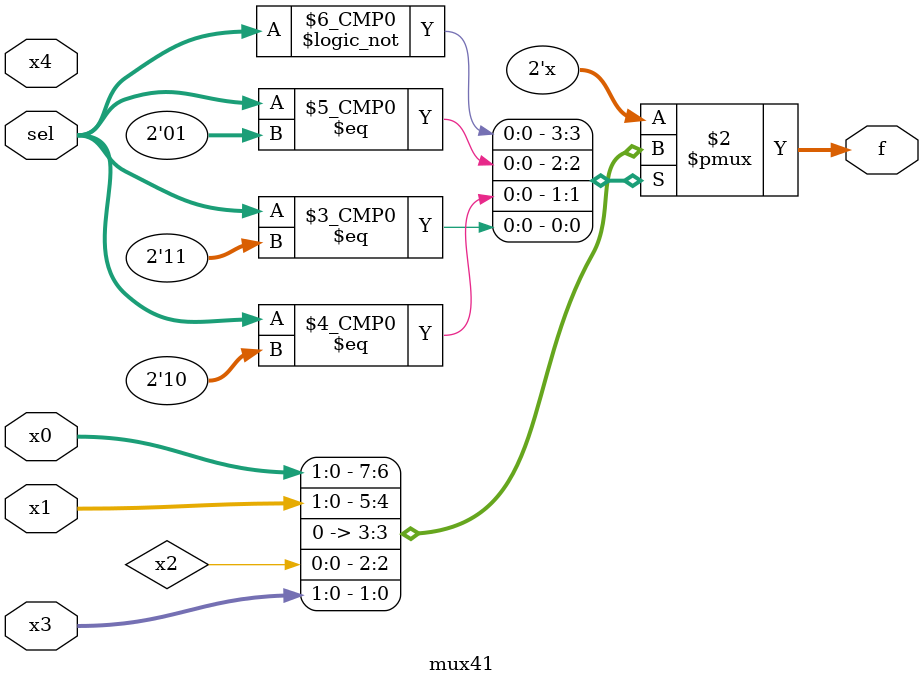
<source format=v>
module mux41(
    input [1:0] sel,
    input [1:0] x0,x1,x3,x4,
    output reg [1:0] f
);
always@(*)begin
    case(sel)
    2'b00:f=x0;
    2'b01:f=x1;
    2'b10:f=x2;
    2'b11:f=x3;
    default:f=x0;
    endcase
end
endmodule

</source>
